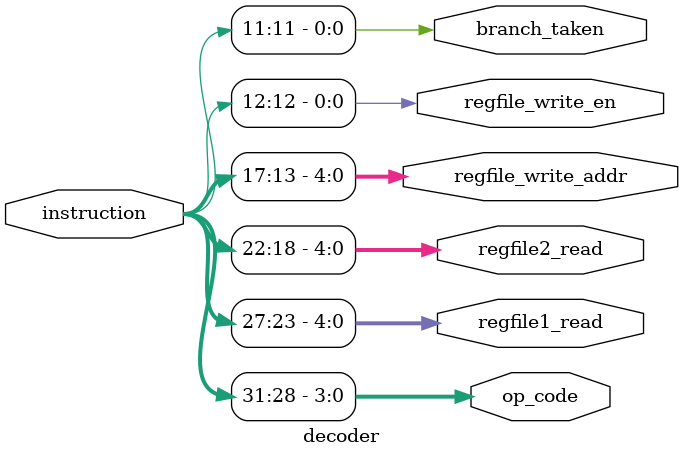
<source format=sv>


// instruction[31:28] --> op_code 
// instruction[27:23] --> regfile1_read
// instruction[22:18] --> regfile2_read
// instruction[17:13] --> regfile_write_addr
// instruction[12]    --> regfile_write_en
// instruction[11]    --> branch_taken
//instruction[10:0]   --> currently unused 


module decoder #(
    parameter INSTRUCTION_LENGTH = 32,
    parameter OP_CODE_LEN = 4,
    parameter REG_FILES_LEN = 5   // Only 32 CPU regs (not imem or datamem)

) (

    input logic [INSTRUCTION_LENGTH - 1:0] instruction,
    output logic [OP_CODE_LEN - 1:0] op_code,
    output logic [REG_FILES_LEN - 1:0] regfile1_read,
    output logic [REG_FILES_LEN - 1:0] regfile2_read,
    output logic [REG_FILES_LEN - 1:0] regfile_write_addr,
    output logic regfile_write_en,
    output logic branch_taken

);

    assign op_code              = instruction[31:28];
    assign regfile1_read        = instruction[27:23];
    assign regfile2_read        = instruction[22:18];
    assign regfile_write_addr   = instruction[17:13];
    assign regfile_write_en     = instruction[12];
    assign branch_taken         = instruction[11];


endmodule






</source>
